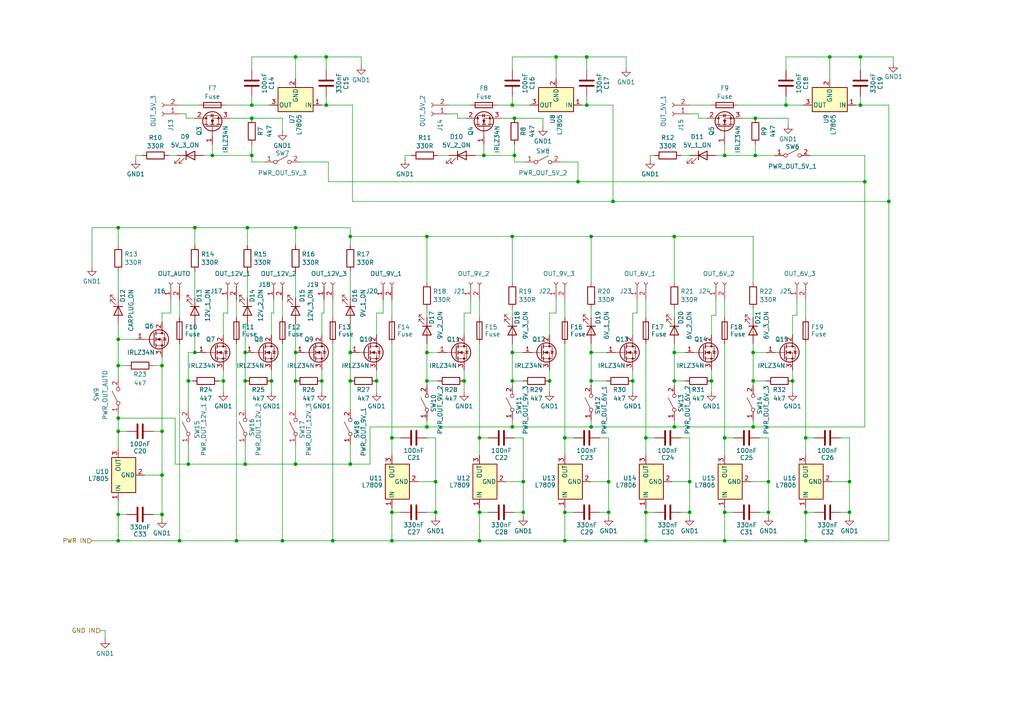
<source format=kicad_sch>
(kicad_sch (version 20230121) (generator eeschema)
  (paper "A4")
  (title_block (title "Astrobox") (date "2024-04-13") (rev "2"))
  (junction (at 148.59 110.49))
  (junction (at 170.18 16.51))
  (junction (at 46.99 106.045))
  (junction (at 34.29 121.285))
  (junction (at 34.29 125.095))
  (junction (at 171.45 68.58))
  (junction (at 34.29 149.225))
  (junction (at 148.59 102.235))
  (junction (at 73.025 34.29))
  (junction (at 233.68 127))
  (junction (at 246.38 139.7))
  (junction (at 240.665 16.51))
  (junction (at 151.765 148.59))
  (junction (at 56.515 102.235))
  (junction (at 81.915 156.845))
  (junction (at 171.45 102.235))
  (junction (at 56.515 66.04))
  (junction (at 163.83 148.59))
  (junction (at 233.68 148.59))
  (junction (at 149.225 45.085))
  (junction (at 229.87 110.49))
  (junction (at 222.885 148.59))
  (junction (at 170.18 30.48))
  (junction (at 113.665 156.845))
  (junction (at 68.58 156.845))
  (junction (at 218.44 123.825))
  (junction (at 149.225 34.29))
  (junction (at 71.755 66.04))
  (junction (at 78.74 110.49))
  (junction (at 219.075 34.29))
  (junction (at 139.065 156.845))
  (junction (at 159.385 110.49))
  (junction (at 183.515 110.49))
  (junction (at 195.58 102.235))
  (junction (at 161.29 16.51))
  (junction (at 126.365 148.59))
  (junction (at 148.59 30.48))
  (junction (at 113.665 148.59))
  (junction (at 134.62 110.49))
  (junction (at 140.335 45.085))
  (junction (at 85.725 110.49))
  (junction (at 163.83 156.845))
  (junction (at 71.12 102.235))
  (junction (at 113.665 127))
  (junction (at 101.6 68.58))
  (junction (at 85.725 16.51))
  (junction (at 210.185 45.085))
  (junction (at 218.44 102.235))
  (junction (at 54.61 110.49))
  (junction (at 34.29 98.425))
  (junction (at 163.83 127))
  (junction (at 64.77 110.49))
  (junction (at 123.825 123.825))
  (junction (at 151.765 139.7))
  (junction (at 93.345 110.49))
  (junction (at 206.375 110.49))
  (junction (at 250.825 52.705))
  (junction (at 54.61 134.62))
  (junction (at 171.45 110.49))
  (junction (at 246.38 148.59))
  (junction (at 46.99 149.225))
  (junction (at 195.58 110.49))
  (junction (at 257.81 58.42))
  (junction (at 34.29 156.845))
  (junction (at 167.64 52.705))
  (junction (at 34.29 106.045))
  (junction (at 195.58 123.825))
  (junction (at 73.025 30.48))
  (junction (at 46.99 125.095))
  (junction (at 139.065 148.59))
  (junction (at 176.53 148.59))
  (junction (at 210.185 127))
  (junction (at 187.325 127))
  (junction (at 71.12 134.62))
  (junction (at 101.6 102.235))
  (junction (at 176.53 139.7))
  (junction (at 34.29 66.04))
  (junction (at 46.99 137.795))
  (junction (at 96.52 156.845))
  (junction (at 109.22 110.49))
  (junction (at 227.965 30.48))
  (junction (at 94.615 30.48))
  (junction (at 171.45 123.825))
  (junction (at 148.59 123.825))
  (junction (at 200.025 148.59))
  (junction (at 123.825 102.235))
  (junction (at 101.6 134.62))
  (junction (at 218.44 110.49))
  (junction (at 148.59 68.58))
  (junction (at 200.025 139.7))
  (junction (at 195.58 68.58))
  (junction (at 249.555 30.48))
  (junction (at 85.725 66.04))
  (junction (at 249.555 16.51))
  (junction (at 123.825 68.58))
  (junction (at 85.725 134.62))
  (junction (at 233.68 156.845))
  (junction (at 52.07 156.845))
  (junction (at 177.8 58.42))
  (junction (at 187.325 156.845))
  (junction (at 61.595 45.085))
  (junction (at 126.365 139.7))
  (junction (at 94.615 16.51))
  (junction (at 210.185 156.845))
  (junction (at 85.725 102.235))
  (junction (at 210.185 148.59))
  (junction (at 101.6 110.49))
  (junction (at 139.065 127))
  (junction (at 73.025 45.085))
  (junction (at 187.325 148.59))
  (junction (at 71.12 110.49))
  (junction (at 222.885 139.7))
  (junction (at 123.825 110.49))
  (junction (at 219.075 45.085))
  (wire (pts (xy 52.07 86.995) (xy 52.07 92.075)))
  (wire (pts (xy 145.415 34.29) (xy 149.225 34.29)))
  (wire (pts (xy 71.12 128.905) (xy 71.12 134.62)))
  (wire (pts (xy 148.59 110.49) (xy 148.59 102.235)))
  (wire (pts (xy 71.12 93.98) (xy 71.755 93.98)))
  (wire (pts (xy 187.325 156.845) (xy 210.185 156.845)))
  (wire (pts (xy 233.68 127) (xy 233.68 132.08)))
  (wire (pts (xy 34.29 145.415) (xy 34.29 149.225)))
  (wire (pts (xy 177.8 58.42) (xy 102.235 58.42)))
  (wire (pts (xy 250.825 45.085) (xy 250.825 52.705)))
  (wire (pts (xy 148.59 123.825) (xy 123.825 123.825)))
  (wire (pts (xy 249.555 30.48) (xy 249.555 27.94)))
  (wire (pts (xy 218.44 110.49) (xy 218.44 102.235)))
  (wire (pts (xy 94.615 16.51) (xy 104.775 16.51)))
  (wire (pts (xy 56.515 93.98) (xy 56.515 102.235)))
  (wire (pts (xy 132.715 34.29) (xy 135.255 34.29)))
  (wire (pts (xy 210.185 41.91) (xy 210.185 45.085)))
  (wire (pts (xy 81.915 156.845) (xy 96.52 156.845)))
  (wire (pts (xy 148.59 20.32) (xy 148.59 16.51)))
  (wire (pts (xy 177.8 58.42) (xy 257.81 58.42)))
  (wire (pts (xy 163.83 147.32) (xy 163.83 148.59)))
  (wire (pts (xy 202.565 34.29) (xy 205.105 34.29)))
  (wire (pts (xy 218.44 123.825) (xy 250.825 123.825)))
  (wire (pts (xy 94.615 30.48) (xy 94.615 27.94)))
  (wire (pts (xy 243.84 127) (xy 246.38 127)))
  (wire (pts (xy 161.29 16.51) (xy 170.18 16.51)))
  (wire (pts (xy 149.225 45.085) (xy 140.335 45.085)))
  (wire (pts (xy 176.53 148.59) (xy 176.53 149.86)))
  (wire (pts (xy 56.515 34.29) (xy 53.975 34.29)))
  (wire (pts (xy 96.52 99.695) (xy 96.52 156.845)))
  (wire (pts (xy 66.675 34.29) (xy 73.025 34.29)))
  (wire (pts (xy 171.45 123.825) (xy 195.58 123.825)))
  (wire (pts (xy 159.385 97.155) (xy 159.385 90.805)))
  (wire (pts (xy 34.29 149.225) (xy 34.29 156.845)))
  (wire (pts (xy 117.475 45.085) (xy 119.38 45.085)))
  (wire (pts (xy 76.835 46.99) (xy 73.025 46.99)))
  (wire (pts (xy 34.29 121.285) (xy 34.29 125.095)))
  (wire (pts (xy 30.48 182.88) (xy 30.48 185.42)))
  (wire (pts (xy 101.6 134.62) (xy 85.725 134.62)))
  (wire (pts (xy 130.175 30.48) (xy 136.525 30.48)))
  (wire (pts (xy 148.59 121.92) (xy 148.59 123.825)))
  (wire (pts (xy 73.025 30.48) (xy 78.105 30.48)))
  (wire (pts (xy 246.38 148.59) (xy 246.38 149.86)))
  (wire (pts (xy 149.225 127) (xy 151.765 127)))
  (wire (pts (xy 167.64 46.99) (xy 162.56 46.99)))
  (wire (pts (xy 34.29 121.285) (xy 50.8 121.285)))
  (wire (pts (xy 249.555 16.51) (xy 259.08 16.51)))
  (wire (pts (xy 218.44 89.535) (xy 218.44 92.075)))
  (wire (pts (xy 187.325 148.59) (xy 187.325 156.845)))
  (wire (pts (xy 113.665 86.995) (xy 113.665 92.075)))
  (wire (pts (xy 68.58 99.695) (xy 68.58 156.845)))
  (wire (pts (xy 171.45 110.49) (xy 171.45 111.76)))
  (wire (pts (xy 139.065 148.59) (xy 139.065 156.845)))
  (wire (pts (xy 171.45 81.915) (xy 171.45 68.58)))
  (wire (pts (xy 200.025 139.7) (xy 200.025 148.59)))
  (wire (pts (xy 218.44 102.235) (xy 222.25 102.235)))
  (wire (pts (xy 148.59 30.48) (xy 153.67 30.48)))
  (wire (pts (xy 101.6 102.235) (xy 101.6 110.49)))
  (wire (pts (xy 44.45 149.225) (xy 46.99 149.225)))
  (wire (pts (xy 171.45 99.695) (xy 171.45 102.235)))
  (wire (pts (xy 149.225 46.99) (xy 149.225 45.085)))
  (wire (pts (xy 195.58 81.915) (xy 195.58 68.58)))
  (wire (pts (xy 146.685 139.7) (xy 151.765 139.7)))
  (wire (pts (xy 85.725 66.04) (xy 101.6 66.04)))
  (wire (pts (xy 195.58 123.825) (xy 195.58 121.92)))
  (wire (pts (xy 170.18 30.48) (xy 177.8 30.48)))
  (wire (pts (xy 184.785 86.995) (xy 184.785 90.805)))
  (wire (pts (xy 171.45 139.7) (xy 176.53 139.7)))
  (wire (pts (xy 123.825 110.49) (xy 123.825 102.235)))
  (wire (pts (xy 54.61 134.62) (xy 71.12 134.62)))
  (wire (pts (xy 210.185 99.695) (xy 210.185 127)))
  (wire (pts (xy 123.825 121.92) (xy 123.825 123.825)))
  (wire (pts (xy 229.87 91.44) (xy 231.14 91.44)))
  (wire (pts (xy 44.45 106.045) (xy 46.99 106.045)))
  (wire (pts (xy 96.52 156.845) (xy 113.665 156.845)))
  (wire (pts (xy 93.345 110.49) (xy 93.345 113.665)))
  (wire (pts (xy 233.68 147.32) (xy 233.68 148.59)))
  (wire (pts (xy 213.995 30.48) (xy 227.965 30.48)))
  (wire (pts (xy 50.8 121.285) (xy 50.8 134.62)))
  (wire (pts (xy 157.48 34.29) (xy 157.48 36.83)))
  (wire (pts (xy 71.12 110.49) (xy 71.12 118.745)))
  (wire (pts (xy 187.325 147.32) (xy 187.325 148.59)))
  (wire (pts (xy 151.765 148.59) (xy 151.765 149.86)))
  (wire (pts (xy 257.81 30.48) (xy 257.81 58.42)))
  (wire (pts (xy 111.125 90.805) (xy 111.125 86.995)))
  (wire (pts (xy 148.59 110.49) (xy 148.59 111.76)))
  (wire (pts (xy 39.37 46.355) (xy 39.37 45.085)))
  (wire (pts (xy 34.29 98.425) (xy 39.37 98.425)))
  (wire (pts (xy 130.175 33.02) (xy 132.715 33.02)))
  (wire (pts (xy 73.025 16.51) (xy 85.725 16.51)))
  (wire (pts (xy 101.6 93.98) (xy 101.6 102.235)))
  (wire (pts (xy 219.075 34.29) (xy 228.6 34.29)))
  (wire (pts (xy 246.38 139.7) (xy 246.38 148.59)))
  (wire (pts (xy 195.58 68.58) (xy 171.45 68.58)))
  (wire (pts (xy 52.07 156.845) (xy 68.58 156.845)))
  (wire (pts (xy 218.44 123.825) (xy 218.44 121.92)))
  (wire (pts (xy 34.29 66.04) (xy 56.515 66.04)))
  (wire (pts (xy 85.725 110.49) (xy 85.725 118.745)))
  (wire (pts (xy 173.99 127) (xy 176.53 127)))
  (wire (pts (xy 218.44 110.49) (xy 218.44 111.76)))
  (wire (pts (xy 126.365 139.7) (xy 126.365 148.59)))
  (wire (pts (xy 207.645 45.085) (xy 210.185 45.085)))
  (wire (pts (xy 134.62 97.155) (xy 134.62 90.805)))
  (wire (pts (xy 195.58 123.825) (xy 218.44 123.825)))
  (wire (pts (xy 34.29 106.045) (xy 34.29 98.425)))
  (wire (pts (xy 78.74 110.49) (xy 78.74 113.665)))
  (wire (pts (xy 176.53 139.7) (xy 176.53 148.59)))
  (wire (pts (xy 50.8 134.62) (xy 54.61 134.62)))
  (wire (pts (xy 113.665 156.845) (xy 113.665 148.59)))
  (wire (pts (xy 126.365 148.59) (xy 126.365 149.86)))
  (wire (pts (xy 139.065 86.995) (xy 139.065 92.075)))
  (wire (pts (xy 177.8 30.48) (xy 177.8 58.42)))
  (wire (pts (xy 229.87 97.155) (xy 229.87 91.44)))
  (wire (pts (xy 233.68 99.695) (xy 233.68 127)))
  (wire (pts (xy 85.725 16.51) (xy 94.615 16.51)))
  (wire (pts (xy 148.59 123.825) (xy 171.45 123.825)))
  (wire (pts (xy 206.375 91.44) (xy 207.645 91.44)))
  (wire (pts (xy 139.065 147.32) (xy 139.065 148.59)))
  (wire (pts (xy 167.64 52.705) (xy 167.64 46.99)))
  (wire (pts (xy 195.58 110.49) (xy 195.58 102.235)))
  (wire (pts (xy 85.725 134.62) (xy 85.725 128.905)))
  (wire (pts (xy 168.91 30.48) (xy 170.18 30.48)))
  (wire (pts (xy 219.075 45.085) (xy 219.075 41.91)))
  (wire (pts (xy 34.29 106.045) (xy 36.83 106.045)))
  (wire (pts (xy 54.61 102.235) (xy 54.61 110.49)))
  (wire (pts (xy 187.325 156.845) (xy 163.83 156.845)))
  (wire (pts (xy 127 110.49) (xy 123.825 110.49)))
  (wire (pts (xy 200.025 148.59) (xy 200.025 149.86)))
  (wire (pts (xy 73.025 20.32) (xy 73.025 16.51)))
  (wire (pts (xy 101.6 110.49) (xy 101.6 118.745)))
  (wire (pts (xy 246.38 127) (xy 246.38 139.7)))
  (wire (pts (xy 194.945 139.7) (xy 200.025 139.7)))
  (wire (pts (xy 29.21 182.88) (xy 30.48 182.88)))
  (wire (pts (xy 210.185 148.59) (xy 212.725 148.59)))
  (wire (pts (xy 34.29 109.855) (xy 34.29 106.045)))
  (wire (pts (xy 109.22 97.155) (xy 109.22 90.805)))
  (wire (pts (xy 176.53 127) (xy 176.53 139.7)))
  (wire (pts (xy 188.595 46.355) (xy 188.595 45.085)))
  (wire (pts (xy 132.715 33.02) (xy 132.715 34.29)))
  (wire (pts (xy 250.825 45.085) (xy 234.95 45.085)))
  (wire (pts (xy 117.475 46.355) (xy 117.475 45.085)))
  (wire (pts (xy 195.58 110.49) (xy 195.58 111.76)))
  (wire (pts (xy 233.68 148.59) (xy 233.68 156.845)))
  (wire (pts (xy 48.895 45.085) (xy 51.435 45.085)))
  (wire (pts (xy 200.025 127) (xy 200.025 139.7)))
  (wire (pts (xy 54.61 102.235) (xy 56.515 102.235)))
  (wire (pts (xy 95.25 52.705) (xy 95.25 46.99)))
  (wire (pts (xy 148.59 16.51) (xy 161.29 16.51)))
  (wire (pts (xy 163.83 99.695) (xy 163.83 127)))
  (wire (pts (xy 163.83 127) (xy 163.83 132.08)))
  (wire (pts (xy 101.6 66.04) (xy 101.6 68.58)))
  (wire (pts (xy 207.645 91.44) (xy 207.645 86.995)))
  (wire (pts (xy 95.25 46.99) (xy 86.995 46.99)))
  (wire (pts (xy 34.29 156.845) (xy 52.07 156.845)))
  (wire (pts (xy 94.615 16.51) (xy 94.615 20.32)))
  (wire (pts (xy 197.485 45.085) (xy 200.025 45.085)))
  (wire (pts (xy 148.59 27.94) (xy 148.59 30.48)))
  (wire (pts (xy 34.29 78.74) (xy 34.29 86.36)))
  (wire (pts (xy 123.825 110.49) (xy 123.825 111.76)))
  (wire (pts (xy 94.615 30.48) (xy 102.235 30.48)))
  (wire (pts (xy 236.22 127) (xy 233.68 127)))
  (wire (pts (xy 250.825 52.705) (xy 167.64 52.705)))
  (wire (pts (xy 227.965 27.94) (xy 227.965 30.48)))
  (wire (pts (xy 71.12 134.62) (xy 85.725 134.62)))
  (wire (pts (xy 233.68 148.59) (xy 236.22 148.59)))
  (wire (pts (xy 109.22 110.49) (xy 109.22 113.665)))
  (wire (pts (xy 198.755 110.49) (xy 195.58 110.49)))
  (wire (pts (xy 104.775 19.05) (xy 104.775 16.51)))
  (wire (pts (xy 78.74 90.805) (xy 78.74 97.155)))
  (wire (pts (xy 56.515 66.04) (xy 56.515 71.12)))
  (wire (pts (xy 63.5 110.49) (xy 64.77 110.49)))
  (wire (pts (xy 171.45 68.58) (xy 148.59 68.58)))
  (wire (pts (xy 41.91 137.795) (xy 46.99 137.795)))
  (wire (pts (xy 34.29 120.015) (xy 34.29 121.285)))
  (wire (pts (xy 46.99 93.345) (xy 46.99 90.805)))
  (wire (pts (xy 121.285 139.7) (xy 126.365 139.7)))
  (wire (pts (xy 66.04 86.995) (xy 66.04 90.805)))
  (wire (pts (xy 159.385 110.49) (xy 159.385 113.665)))
  (wire (pts (xy 64.77 110.49) (xy 64.77 107.315)))
  (wire (pts (xy 34.29 149.225) (xy 36.83 149.225)))
  (wire (pts (xy 34.29 125.095) (xy 36.83 125.095)))
  (wire (pts (xy 46.99 125.095) (xy 46.99 137.795)))
  (wire (pts (xy 151.765 110.49) (xy 148.59 110.49)))
  (wire (pts (xy 202.565 33.02) (xy 202.565 34.29)))
  (wire (pts (xy 123.825 148.59) (xy 126.365 148.59)))
  (wire (pts (xy 218.44 81.915) (xy 218.44 68.58)))
  (wire (pts (xy 159.385 107.315) (xy 159.385 110.49)))
  (wire (pts (xy 222.885 148.59) (xy 220.345 148.59)))
  (wire (pts (xy 171.45 123.825) (xy 171.45 121.92)))
  (wire (pts (xy 233.68 86.995) (xy 233.68 92.075)))
  (wire (pts (xy 54.61 110.49) (xy 55.88 110.49)))
  (wire (pts (xy 248.285 30.48) (xy 249.555 30.48)))
  (wire (pts (xy 215.265 34.29) (xy 219.075 34.29)))
  (wire (pts (xy 49.53 90.805) (xy 49.53 86.995)))
  (wire (pts (xy 249.555 30.48) (xy 257.81 30.48)))
  (wire (pts (xy 73.025 45.085) (xy 61.595 45.085)))
  (wire (pts (xy 56.515 66.04) (xy 71.755 66.04)))
  (wire (pts (xy 93.345 107.315) (xy 93.345 110.49)))
  (wire (pts (xy 249.555 16.51) (xy 249.555 20.32)))
  (wire (pts (xy 93.98 86.995) (xy 93.98 90.805)))
  (wire (pts (xy 140.335 45.085) (xy 140.335 41.91)))
  (wire (pts (xy 123.825 127) (xy 126.365 127)))
  (wire (pts (xy 64.77 97.155) (xy 64.77 90.805)))
  (wire (pts (xy 167.64 52.705) (xy 95.25 52.705)))
  (wire (pts (xy 139.065 148.59) (xy 141.605 148.59)))
  (wire (pts (xy 34.29 66.04) (xy 34.29 71.12)))
  (wire (pts (xy 163.83 148.59) (xy 163.83 156.845)))
  (wire (pts (xy 206.375 110.49) (xy 206.375 113.665)))
  (wire (pts (xy 73.025 27.94) (xy 73.025 30.48)))
  (wire (pts (xy 39.37 45.085) (xy 41.275 45.085)))
  (wire (pts (xy 152.4 46.99) (xy 149.225 46.99)))
  (wire (pts (xy 171.45 110.49) (xy 171.45 102.235)))
  (wire (pts (xy 166.37 127) (xy 163.83 127)))
  (wire (pts (xy 52.07 99.695) (xy 52.07 156.845)))
  (wire (pts (xy 163.83 86.995) (xy 163.83 92.075)))
  (wire (pts (xy 246.38 148.59) (xy 243.84 148.59)))
  (wire (pts (xy 71.755 78.74) (xy 71.755 86.36)))
  (wire (pts (xy 195.58 99.695) (xy 195.58 102.235)))
  (wire (pts (xy 81.915 38.1) (xy 81.915 34.29)))
  (wire (pts (xy 175.895 110.49) (xy 171.45 110.49)))
  (wire (pts (xy 134.62 107.315) (xy 134.62 110.49)))
  (wire (pts (xy 206.375 107.315) (xy 206.375 110.49)))
  (wire (pts (xy 170.18 16.51) (xy 170.18 20.32)))
  (wire (pts (xy 181.61 16.51) (xy 181.61 19.685)))
  (wire (pts (xy 54.61 128.905) (xy 54.61 134.62)))
  (wire (pts (xy 210.185 45.085) (xy 219.075 45.085)))
  (wire (pts (xy 34.29 125.095) (xy 34.29 130.175)))
  (wire (pts (xy 139.065 156.845) (xy 113.665 156.845)))
  (wire (pts (xy 210.185 156.845) (xy 233.68 156.845)))
  (wire (pts (xy 240.665 16.51) (xy 249.555 16.51)))
  (wire (pts (xy 148.59 99.695) (xy 148.59 102.235)))
  (wire (pts (xy 222.885 127) (xy 222.885 139.7)))
  (wire (pts (xy 101.6 68.58) (xy 101.6 71.12)))
  (wire (pts (xy 64.77 110.49) (xy 64.77 113.665)))
  (wire (pts (xy 85.725 66.04) (xy 85.725 71.12)))
  (wire (pts (xy 227.965 20.32) (xy 227.965 16.51)))
  (wire (pts (xy 73.025 41.91) (xy 73.025 45.085)))
  (wire (pts (xy 212.725 127) (xy 210.185 127)))
  (wire (pts (xy 65.405 30.48) (xy 73.025 30.48)))
  (wire (pts (xy 229.87 110.49) (xy 229.87 113.665)))
  (wire (pts (xy 113.665 148.59) (xy 116.205 148.59)))
  (wire (pts (xy 93.345 90.805) (xy 93.98 90.805)))
  (wire (pts (xy 137.795 45.085) (xy 140.335 45.085)))
  (wire (pts (xy 68.58 86.995) (xy 68.58 92.075)))
  (wire (pts (xy 85.725 102.235) (xy 85.725 110.49)))
  (wire (pts (xy 259.08 16.51) (xy 259.08 18.415)))
  (wire (pts (xy 53.975 34.29) (xy 53.975 33.02)))
  (wire (pts (xy 53.975 33.02) (xy 52.07 33.02)))
  (wire (pts (xy 46.99 149.225) (xy 46.99 150.495)))
  (wire (pts (xy 101.6 128.905) (xy 101.6 134.62)))
  (wire (pts (xy 73.025 46.99) (xy 73.025 45.085)))
  (wire (pts (xy 141.605 127) (xy 139.065 127)))
  (wire (pts (xy 173.99 148.59) (xy 176.53 148.59)))
  (wire (pts (xy 85.725 93.98) (xy 85.725 102.235)))
  (wire (pts (xy 56.515 102.235) (xy 57.15 102.235)))
  (wire (pts (xy 78.74 107.315) (xy 78.74 110.49)))
  (wire (pts (xy 222.25 110.49) (xy 218.44 110.49)))
  (wire (pts (xy 68.58 156.845) (xy 81.915 156.845)))
  (wire (pts (xy 161.29 90.805) (xy 161.29 86.995)))
  (wire (pts (xy 149.225 41.91) (xy 149.225 45.085)))
  (wire (pts (xy 187.325 148.59) (xy 189.865 148.59)))
  (wire (pts (xy 151.765 127) (xy 151.765 139.7)))
  (wire (pts (xy 200.025 148.59) (xy 197.485 148.59)))
  (wire (pts (xy 71.755 66.04) (xy 71.755 71.12)))
  (wire (pts (xy 46.99 90.805) (xy 49.53 90.805)))
  (wire (pts (xy 113.665 147.32) (xy 113.665 148.59)))
  (wire (pts (xy 200.025 33.02) (xy 202.565 33.02)))
  (wire (pts (xy 241.3 139.7) (xy 246.38 139.7)))
  (wire (pts (xy 116.205 127) (xy 113.665 127)))
  (wire (pts (xy 81.915 34.29) (xy 73.025 34.29)))
  (wire (pts (xy 136.525 86.995) (xy 136.525 90.805)))
  (wire (pts (xy 144.145 30.48) (xy 148.59 30.48)))
  (wire (pts (xy 71.12 102.235) (xy 71.12 110.49)))
  (wire (pts (xy 127 45.085) (xy 130.175 45.085)))
  (wire (pts (xy 93.345 30.48) (xy 94.615 30.48)))
  (wire (pts (xy 148.59 81.915) (xy 148.59 68.58)))
  (wire (pts (xy 139.065 127) (xy 139.065 132.08)))
  (wire (pts (xy 61.595 45.085) (xy 61.595 41.91)))
  (wire (pts (xy 219.075 45.085) (xy 224.79 45.085)))
  (wire (pts (xy 96.52 86.995) (xy 96.52 92.075)))
  (wire (pts (xy 113.665 99.695) (xy 113.665 127)))
  (wire (pts (xy 85.725 78.74) (xy 85.725 86.36)))
  (wire (pts (xy 217.805 139.7) (xy 222.885 139.7)))
  (wire (pts (xy 134.62 90.805) (xy 136.525 90.805)))
  (wire (pts (xy 228.6 34.29) (xy 228.6 36.195)))
  (wire (pts (xy 71.755 66.04) (xy 85.725 66.04)))
  (wire (pts (xy 107.315 134.62) (xy 101.6 134.62)))
  (wire (pts (xy 183.515 97.155) (xy 183.515 90.805)))
  (wire (pts (xy 123.825 99.695) (xy 123.825 102.235)))
  (wire (pts (xy 195.58 89.535) (xy 195.58 92.075)))
  (wire (pts (xy 233.68 156.845) (xy 257.81 156.845)))
  (wire (pts (xy 123.825 89.535) (xy 123.825 92.075)))
  (wire (pts (xy 102.235 58.42) (xy 102.235 30.48)))
  (wire (pts (xy 139.065 99.695) (xy 139.065 127)))
  (wire (pts (xy 71.12 102.235) (xy 71.12 93.98)))
  (wire (pts (xy 148.59 68.58) (xy 123.825 68.58)))
  (wire (pts (xy 227.965 16.51) (xy 240.665 16.51)))
  (wire (pts (xy 26.67 77.47) (xy 26.67 66.04)))
  (wire (pts (xy 59.055 45.085) (xy 61.595 45.085)))
  (wire (pts (xy 257.81 58.42) (xy 257.81 156.845)))
  (wire (pts (xy 123.825 81.915) (xy 123.825 68.58)))
  (wire (pts (xy 183.515 107.315) (xy 183.515 110.49)))
  (wire (pts (xy 81.915 99.695) (xy 81.915 156.845)))
  (wire (pts (xy 227.965 30.48) (xy 233.045 30.48)))
  (wire (pts (xy 149.225 34.29) (xy 157.48 34.29)))
  (wire (pts (xy 222.885 139.7) (xy 222.885 148.59)))
  (wire (pts (xy 46.99 137.795) (xy 46.99 149.225)))
  (wire (pts (xy 210.185 86.995) (xy 210.185 92.075)))
  (wire (pts (xy 126.365 127) (xy 126.365 139.7)))
  (wire (pts (xy 123.825 102.235) (xy 127 102.235)))
  (wire (pts (xy 79.375 90.805) (xy 78.74 90.805)))
  (wire (pts (xy 46.99 106.045) (xy 46.99 125.095)))
  (wire (pts (xy 148.59 102.235) (xy 151.765 102.235)))
  (wire (pts (xy 163.83 156.845) (xy 139.065 156.845)))
  (wire (pts (xy 44.45 125.095) (xy 46.99 125.095)))
  (wire (pts (xy 149.225 148.59) (xy 151.765 148.59)))
  (wire (pts (xy 220.345 127) (xy 222.885 127)))
  (wire (pts (xy 240.665 22.86) (xy 240.665 16.51)))
  (wire (pts (xy 187.325 99.695) (xy 187.325 127)))
  (wire (pts (xy 187.325 127) (xy 187.325 132.08)))
  (wire (pts (xy 123.825 68.58) (xy 101.6 68.58)))
  (wire (pts (xy 56.515 78.74) (xy 56.515 86.36)))
  (wire (pts (xy 210.185 148.59) (xy 210.185 156.845)))
  (wire (pts (xy 46.99 103.505) (xy 46.99 106.045)))
  (wire (pts (xy 210.185 147.32) (xy 210.185 148.59)))
  (wire (pts (xy 34.29 93.98) (xy 34.29 98.425)))
  (wire (pts (xy 195.58 102.235) (xy 198.755 102.235)))
  (wire (pts (xy 81.915 86.995) (xy 81.915 92.075)))
  (wire (pts (xy 183.515 90.805) (xy 184.785 90.805)))
  (wire (pts (xy 231.14 91.44) (xy 231.14 86.995)))
  (wire (pts (xy 109.22 90.805) (xy 111.125 90.805)))
  (wire (pts (xy 170.18 30.48) (xy 170.18 27.94)))
  (wire (pts (xy 250.825 52.705) (xy 250.825 123.825)))
  (wire (pts (xy 134.62 110.49) (xy 134.62 113.665)))
  (wire (pts (xy 151.765 139.7) (xy 151.765 148.59)))
  (wire (pts (xy 123.825 123.825) (xy 107.315 123.825)))
  (wire (pts (xy 218.44 99.695) (xy 218.44 102.235)))
  (wire (pts (xy 170.18 16.51) (xy 181.61 16.51)))
  (wire (pts (xy 163.83 148.59) (xy 166.37 148.59)))
  (wire (pts (xy 52.07 30.48) (xy 57.785 30.48)))
  (wire (pts (xy 148.59 89.535) (xy 148.59 92.075)))
  (wire (pts (xy 188.595 45.085) (xy 189.865 45.085)))
  (wire (pts (xy 159.385 90.805) (xy 161.29 90.805)))
  (wire (pts (xy 26.67 156.845) (xy 34.29 156.845)))
  (wire (pts (xy 64.77 90.805) (xy 66.04 90.805)))
  (wire (pts (xy 210.185 127) (xy 210.185 132.08)))
  (wire (pts (xy 189.865 127) (xy 187.325 127)))
  (wire (pts (xy 183.515 110.49) (xy 183.515 113.665)))
  (wire (pts (xy 229.87 107.315) (xy 229.87 110.49)))
  (wire (pts (xy 171.45 89.535) (xy 171.45 92.075)))
  (wire (pts (xy 200.025 30.48) (xy 206.375 30.48)))
  (wire (pts (xy 218.44 68.58) (xy 195.58 68.58)))
  (wire (pts (xy 197.485 127) (xy 200.025 127)))
  (wire (pts (xy 85.725 22.86) (xy 85.725 16.51)))
  (wire (pts (xy 206.375 97.155) (xy 206.375 91.44)))
  (wire (pts (xy 107.315 123.825) (xy 107.315 134.62)))
  (wire (pts (xy 171.45 102.235) (xy 175.895 102.235)))
  (wire (pts (xy 222.885 148.59) (xy 222.885 149.86)))
  (wire (pts (xy 161.29 22.86) (xy 161.29 16.51)))
  (wire (pts (xy 54.61 110.49) (xy 54.61 118.745)))
  (wire (pts (xy 93.345 97.155) (xy 93.345 90.805)))
  (wire (pts (xy 113.665 127) (xy 113.665 132.08)))
  (wire (pts (xy 109.22 107.315) (xy 109.22 110.49)))
  (wire (pts (xy 101.6 78.74) (xy 101.6 86.36)))
  (wire (pts (xy 79.375 86.995) (xy 79.375 90.805)))
  (wire (pts (xy 26.67 66.04) (xy 34.29 66.04)))
  (wire (pts (xy 187.325 86.995) (xy 187.325 92.075)))
  (hierarchical_label "GND IN" (shape input) (at 29.21 182.88 180))
  (hierarchical_label "PWR IN" (shape input) (at 26.67 156.845 180))
  (symbol (lib_id "Device:Fuse") (at 81.915 95.885 0) (unit 1)
    (property "Reference" "F12" (at 83.439 94.861 0) (effects (justify left)))
    (property "Value" "Fuse" (at 83.439 96.909 0) (effects (justify left)))
    (property "Footprint" "Connector_Wire:SolderWire-1sqmm_1x02_P5.4mm_D1.4mm_OD2.7mm" (effects hide))
  )
  (symbol (lib_id "Device:C") (at 216.535 127 90) (mirror x) (unit 1)
    (property "Reference" "C25" (at 216.535 132.739 90))
    (property "Value" "100nF" (at 216.535 130.691 90))
    (property "Footprint" "Capacitor_THT:C_Disc_D5.0mm_W2.5mm_P2.50mm" (effects hide))
  )
  (symbol (lib_id "power:GND1") (at 181.61 19.685 0) (unit 1)
    (property "Reference" "#PWR010" (effects hide))
    (property "Value" "GND1" (at 181.61 23.8181 0))
  )
  (symbol (lib_id "Device:LED") (at 101.6 90.17 270) (unit 1)
    (property "Reference" "D16" (at 102.87 83.82 0) (effects (justify left)))
    (property "Value" "9V_1_ON" (at 105.2942 83.82 0) (effects (justify left)))
    (property "Footprint" "LED_THT:LED_D5.0mm" (effects hide))
  )
  (symbol (lib_id "Device:C") (at 193.675 127 90) (mirror x) (unit 1)
    (property "Reference" "C24" (at 193.675 132.739 90))
    (property "Value" "100nF" (at 193.675 130.691 90))
    (property "Footprint" "Capacitor_THT:C_Disc_D5.0mm_W2.5mm_P2.50mm" (effects hide))
  )
  (symbol (lib_id "Regulator_Linear:L7805") (at 34.29 137.795 90) (unit 1)
    (property "Reference" "U10" (at 31.6231 136.771 90) (effects (justify left)))
    (property "Value" "L7805" (at 31.6231 138.819 90) (effects (justify left)))
    (property "Footprint" "Package_TO_SOT_THT:TO-220-3_Vertical" (effects hide))
    (property "Datasheet" "http://www.st.com/content/ccc/resource/technical/document/datasheet/41/4f/b3/b0/12/d4/47/88/CD00000444.pdf/files/CD00000444.pdf/jcr:content/translations/en.CD00000444.pdf" (effects hide))
  )
  (symbol (lib_id "power:GND1") (at 78.74 113.665 0) (unit 1)
    (property "Reference" "#PWR019" (effects hide))
    (property "Value" "GND1" (at 78.74 117.7981 0))
  )
  (symbol (lib_id "Device:LED") (at 148.59 95.885 270) (unit 1)
    (property "Reference" "D18" (at 149.9758 90.17 0) (effects (justify left)))
    (property "Value" "9V_3_ON" (at 152.4 90.17 0) (effects (justify left)))
    (property "Footprint" "LED_THT:LED_D5.0mm" (effects hide))
  )
  (symbol (lib_id "Device:Fuse") (at 140.335 30.48 90) (unit 1)
    (property "Reference" "F8" (at 140.335 25.5737 90))
    (property "Value" "Fuse" (at 140.335 27.9979 90))
    (property "Footprint" "Connector_Wire:SolderWire-1sqmm_1x02_P5.4mm_D1.4mm_OD2.7mm" (effects hide))
  )
  (symbol (lib_id "Device:R") (at 85.725 74.93 0) (unit 1)
    (property "Reference" "R16" (at 87.503 73.7179 0) (effects (justify left)))
    (property "Value" "330R" (at 87.503 76.1421 0) (effects (justify left)))
    (property "Footprint" "Resistor_THT:R_Axial_DIN0309_L9.0mm_D3.2mm_P12.70mm_Horizontal" (effects hide))
  )
  (symbol (lib_id "Device:R") (at 218.44 85.725 0) (unit 1)
    (property "Reference" "R22" (at 220.218 84.5129 0) (effects (justify left)))
    (property "Value" "330R" (at 220.218 86.9371 0) (effects (justify left)))
    (property "Footprint" "Resistor_THT:R_Axial_DIN0309_L9.0mm_D3.2mm_P12.70mm_Horizontal" (effects hide))
  )
  (symbol (lib_id "Device:R") (at 40.64 106.045 90) (unit 1)
    (property "Reference" "R23" (at 40.64 108.585 90))
    (property "Value" "4k7" (at 40.64 111.125 90))
    (property "Footprint" "Resistor_THT:R_Axial_DIN0309_L9.0mm_D3.2mm_P12.70mm_Horizontal" (effects hide))
  )
  (symbol (lib_id "Regulator_Linear:L7806") (at 187.325 139.7 90) (unit 1)
    (property "Reference" "U14" (at 184.6581 138.676 90) (effects (justify left)))
    (property "Value" "L7806" (at 184.6581 140.724 90) (effects (justify left)))
    (property "Footprint" "Package_TO_SOT_THT:TO-220-3_Vertical" (effects hide))
    (property "Datasheet" "http://www.st.com/content/ccc/resource/technical/document/datasheet/41/4f/b3/b0/12/d4/47/88/CD00000444.pdf/files/CD00000444.pdf/jcr:content/translations/en.CD00000444.pdf" (effects hide))
  )
  (symbol (lib_id "Transistor_FET:IRLZ34N") (at 132.08 102.235 0) (unit 1)
    (property "Reference" "Q11" (at 129.54 98.425 0) (effects (justify left)))
    (property "Value" "IRLZ34N" (at 124.46 106.045 0) (effects (justify left)))
    (property "Footprint" "Package_TO_SOT_THT:TO-220-3_Vertical" (effects hide))
    (property "Datasheet" "http://www.infineon.com/dgdl/irlz34npbf.pdf?fileId=5546d462533600a40153567206892720" (effects hide))
  )
  (symbol (lib_id "Device:C") (at 227.965 24.13 0) (mirror x) (unit 1)
    (property "Reference" "C18" (at 233.704 24.13 90))
    (property "Value" "100nF" (at 231.656 24.13 90))
    (property "Footprint" "Capacitor_THT:C_Disc_D5.0mm_W2.5mm_P2.50mm" (effects hide))
  )
  (symbol (lib_id "Regulator_Linear:L7805") (at 85.725 30.48 180) (unit 1)
    (property "Reference" "U7" (at 84.701 33.1469 90) (effects (justify left)))
    (property "Value" "L7805" (at 86.749 33.1469 90) (effects (justify left)))
    (property "Footprint" "Package_TO_SOT_THT:TO-220-3_Vertical" (effects hide))
    (property "Datasheet" "http://www.st.com/content/ccc/resource/technical/document/datasheet/41/4f/b3/b0/12/d4/47/88/CD00000444.pdf/files/CD00000444.pdf/jcr:content/translations/en.CD00000444.pdf" (effects hide))
  )
  (symbol (lib_id "Regulator_Linear:L7806") (at 233.68 139.7 90) (unit 1)
    (property "Reference" "U16" (at 231.0131 138.676 90) (effects (justify left)))
    (property "Value" "L7806" (at 231.0131 140.724 90) (effects (justify left)))
    (property "Footprint" "Package_TO_SOT_THT:TO-220-3_Vertical" (effects hide))
    (property "Datasheet" "http://www.st.com/content/ccc/resource/technical/document/datasheet/41/4f/b3/b0/12/d4/47/88/CD00000444.pdf/files/CD00000444.pdf/jcr:content/translations/en.CD00000444.pdf" (effects hide))
  )
  (symbol (lib_id "Device:Fuse") (at 233.68 95.885 0) (unit 1)
    (property "Reference" "F19" (at 235.204 94.861 0) (effects (justify left)))
    (property "Value" "Fuse" (at 235.204 96.909 0) (effects (justify left)))
    (property "Footprint" "Connector_Wire:SolderWire-1sqmm_1x02_P5.4mm_D1.4mm_OD2.7mm" (effects hide))
  )
  (symbol (lib_id "Regulator_Linear:L7809") (at 113.665 139.7 90) (unit 1)
    (property "Reference" "U11" (at 110.9981 138.676 90) (effects (justify left)))
    (property "Value" "L7809" (at 110.9981 140.724 90) (effects (justify left)))
    (property "Footprint" "Package_TO_SOT_THT:TO-220-3_Vertical" (effects hide))
    (property "Datasheet" "http://www.st.com/content/ccc/resource/technical/document/datasheet/41/4f/b3/b0/12/d4/47/88/CD00000444.pdf/files/CD00000444.pdf/jcr:content/translations/en.CD00000444.pdf" (effects hide))
  )
  (symbol (lib_id "Device:C") (at 145.415 148.59 270) (unit 1)
    (property "Reference" "C28" (at 145.415 154.329 90))
    (property "Value" "330nF" (at 145.415 152.281 90))
    (property "Footprint" "Capacitor_THT:C_Disc_D5.0mm_W2.5mm_P2.50mm" (effects hide))
  )
  (symbol (lib_id "power:GND1") (at 246.38 149.86 0) (unit 1)
    (property "Reference" "#PWR032" (effects hide))
    (property "Value" "GND1" (at 246.38 153.9931 0))
  )
  (symbol (lib_id "Device:LED") (at 123.825 95.885 270) (unit 1)
    (property "Reference" "D17" (at 125.2108 90.17 0) (effects (justify left)))
    (property "Value" "9V_2_ON" (at 127.635 90.17 0) (effects (justify left)))
    (property "Footprint" "LED_THT:LED_D5.0mm" (effects hide))
  )
  (symbol (lib_id "Device:R") (at 59.69 110.49 90) (unit 1)
    (property "Reference" "R24" (at 59.69 113.03 90))
    (property "Value" "4k7" (at 59.69 115.57 90))
    (property "Footprint" "Resistor_THT:R_Axial_DIN0309_L9.0mm_D3.2mm_P12.70mm_Horizontal" (effects hide))
  )
  (symbol (lib_id "Switch:SW_SPST") (at 148.59 116.84 90) (unit 1)
    (property "Reference" "SW11" (at 150.495 114.935 0) (effects (justify right)))
    (property "Value" "PWR_OUT_9V_3" (at 152.4 111.76 0) (effects (justify right)))
    (property "Footprint" "Connector_PinHeader_2.54mm:PinHeader_1x02_P2.54mm_Vertical" (effects hide))
  )
  (symbol (lib_id "Switch:SW_SPST") (at 34.29 114.935 90) (unit 1)
    (property "Reference" "SW9" (at 27.94 112.395 0) (effects (justify right)))
    (property "Value" "PWR_OUT_AUTO" (at 30.48 107.315 0) (effects (justify right)))
    (property "Footprint" "Connector_PinHeader_2.54mm:PinHeader_1x02_P2.54mm_Vertical" (effects hide))
  )
  (symbol (lib_id "Device:C") (at 193.675 148.59 270) (unit 1)
    (property "Reference" "C30" (at 193.675 154.329 90))
    (property "Value" "330nF" (at 193.675 152.281 90))
    (property "Footprint" "Capacitor_THT:C_Disc_D5.0mm_W2.5mm_P2.50mm" (effects hide))
  )
  (symbol (lib_id "Device:C") (at 170.18 24.13 0) (unit 1)
    (property "Reference" "C17" (at 175.919 24.13 90))
    (property "Value" "330nF" (at 173.871 24.13 90))
    (property "Footprint" "Capacitor_THT:C_Disc_D5.0mm_W2.5mm_P2.50mm" (effects hide))
  )
  (symbol (lib_id "Device:R") (at 105.41 110.49 90) (unit 1)
    (property "Reference" "R27" (at 105.41 113.03 90))
    (property "Value" "4k7" (at 105.41 115.57 90))
    (property "Footprint" "Resistor_THT:R_Axial_DIN0309_L9.0mm_D3.2mm_P12.70mm_Horizontal" (effects hide))
  )
  (symbol (lib_id "Switch:SW_SPST") (at 71.12 123.825 90) (unit 1)
    (property "Reference" "SW16" (at 73.025 121.285 0) (effects (justify right)))
    (property "Value" "PWR_OUT_12V_2" (at 74.93 116.84 0) (effects (justify right)))
    (property "Footprint" "Connector_PinHeader_2.54mm:PinHeader_1x02_P2.54mm_Vertical" (effects hide))
  )
  (symbol (lib_id "Device:C") (at 94.615 24.13 0) (unit 1)
    (property "Reference" "C15" (at 100.354 24.13 90))
    (property "Value" "330nF" (at 98.306 24.13 90))
    (property "Footprint" "Capacitor_THT:C_Disc_D5.0mm_W2.5mm_P2.50mm" (effects hide))
  )
  (symbol (lib_id "Device:C") (at 120.015 148.59 270) (unit 1)
    (property "Reference" "C27" (at 120.015 154.329 90))
    (property "Value" "330nF" (at 120.015 152.281 90))
    (property "Footprint" "Capacitor_THT:C_Disc_D5.0mm_W2.5mm_P2.50mm" (effects hide))
  )
  (symbol (lib_id "Device:LED") (at 55.245 45.085 0) (unit 1)
    (property "Reference" "D9" (at 53.6575 39.6707 0))
    (property "Value" "5V_3_ON" (at 53.6575 42.0949 0))
    (property "Footprint" "LED_THT:LED_D5.0mm" (effects hide))
  )
  (symbol (lib_id "Switch:SW_SPST") (at 157.48 46.99 0) (unit 1)
    (property "Reference" "SW8" (at 157.48 43.815 0))
    (property "Value" "PWR_OUT_5V_2" (at 157.48 50.165 0))
    (property "Footprint" "Connector_PinHeader_2.54mm:PinHeader_1x02_P2.54mm_Vertical" (effects hide))
  )
  (symbol (lib_id "power:GND1") (at 151.765 149.86 0) (unit 1)
    (property "Reference" "#PWR028" (effects hide))
    (property "Value" "GND1" (at 151.765 153.9931 0))
  )
  (symbol (lib_id "Device:R") (at 34.29 74.93 0) (unit 1)
    (property "Reference" "R13" (at 36.068 73.7179 0) (effects (justify left)))
    (property "Value" "330R" (at 36.068 76.1421 0) (effects (justify left)))
    (property "Footprint" "Resistor_THT:R_Axial_DIN0309_L9.0mm_D3.2mm_P12.70mm_Horizontal" (effects hide))
  )
  (symbol (lib_id "Device:Fuse") (at 210.185 30.48 90) (unit 1)
    (property "Reference" "F9" (at 210.185 25.5737 90))
    (property "Value" "Fuse" (at 210.185 27.9979 90))
    (property "Footprint" "Connector_Wire:SolderWire-1sqmm_1x02_P5.4mm_D1.4mm_OD2.7mm" (effects hide))
  )
  (symbol (lib_id "Device:C") (at 145.415 127 90) (mirror x) (unit 1)
    (property "Reference" "C22" (at 145.415 132.739 90))
    (property "Value" "100nF" (at 145.415 130.691 90))
    (property "Footprint" "Capacitor_THT:C_Disc_D5.0mm_W2.5mm_P2.50mm" (effects hide))
  )
  (symbol (lib_id "power:GND1") (at 30.48 185.42 0) (unit 1)
    (property "Reference" "#PWR034" (effects hide))
    (property "Value" "GND1" (at 30.48 189.5531 0))
  )
  (symbol (lib_id "Device:R") (at 56.515 74.93 0) (unit 1)
    (property "Reference" "R14" (at 58.293 73.7179 0) (effects (justify left)))
    (property "Value" "330R" (at 58.293 76.1421 0) (effects (justify left)))
    (property "Footprint" "Resistor_THT:R_Axial_DIN0309_L9.0mm_D3.2mm_P12.70mm_Horizontal" (effects hide))
  )
  (symbol (lib_id "power:GND1") (at 64.77 113.665 0) (unit 1)
    (property "Reference" "#PWR018" (effects hide))
    (property "Value" "GND1" (at 64.77 117.7981 0))
  )
  (symbol (lib_id "Transistor_FET:IRLZ34N") (at 210.185 36.83 90) (unit 1)
    (property "Reference" "Q5" (at 206.375 39.37 0) (effects (justify left)))
    (property "Value" "IRLZ34N" (at 213.995 44.45 0) (effects (justify left)))
    (property "Footprint" "Package_TO_SOT_THT:TO-220-3_Vertical" (effects hide))
    (property "Datasheet" "http://www.infineon.com/dgdl/irlz34npbf.pdf?fileId=5546d462533600a40153567206892720" (effects hide))
  )
  (symbol (lib_id "Switch:SW_SPST") (at 85.725 123.825 90) (unit 1)
    (property "Reference" "SW17" (at 87.63 121.92 0) (effects (justify right)))
    (property "Value" "PWR_OUT_12V_3" (at 89.535 116.84 0) (effects (justify right)))
    (property "Footprint" "Connector_PinHeader_2.54mm:PinHeader_1x02_P2.54mm_Vertical" (effects hide))
  )
  (symbol (lib_id "power:GND1") (at 46.99 150.495 0) (unit 1)
    (property "Reference" "#PWR033" (effects hide))
    (property "Value" "GND1" (at 46.99 154.6281 0))
  )
  (symbol (lib_id "power:GND1") (at 176.53 149.86 0) (unit 1)
    (property "Reference" "#PWR029" (effects hide))
    (property "Value" "GND1" (at 176.53 153.9931 0))
  )
  (symbol (lib_id "power:GND1") (at 206.375 113.665 0) (unit 1)
    (property "Reference" "#PWR025" (effects hide))
    (property "Value" "GND1" (at 206.375 117.7981 0))
  )
  (symbol (lib_id "Device:C") (at 120.015 127 90) (mirror x) (unit 1)
    (property "Reference" "C21" (at 120.015 132.739 90))
    (property "Value" "100nF" (at 120.015 130.691 90))
    (property "Footprint" "Capacitor_THT:C_Disc_D5.0mm_W2.5mm_P2.50mm" (effects hide))
  )
  (symbol (lib_id "Regulator_Linear:L7809") (at 163.83 139.7 90) (unit 1)
    (property "Reference" "U13" (at 161.1631 138.676 90) (effects (justify left)))
    (property "Value" "L7809" (at 161.1631 140.724 90) (effects (justify left)))
    (property "Footprint" "Package_TO_SOT_THT:TO-220-3_Vertical" (effects hide))
    (property "Datasheet" "http://www.st.com/content/ccc/resource/technical/document/datasheet/41/4f/b3/b0/12/d4/47/88/CD00000444.pdf/files/CD00000444.pdf/jcr:content/translations/en.CD00000444.pdf" (effects hide))
  )
  (symbol (lib_id "power:GND1") (at 26.67 77.47 0) (unit 1)
    (property "Reference" "#PWR017" (effects hide))
    (property "Value" "GND1" (at 26.67 81.6031 0))
  )
  (symbol (lib_id "Device:C") (at 170.18 127 90) (mirror x) (unit 1)
    (property "Reference" "C23" (at 170.18 132.739 90))
    (property "Value" "100nF" (at 170.18 130.691 90))
    (property "Footprint" "Capacitor_THT:C_Disc_D5.0mm_W2.5mm_P2.50mm" (effects hide))
  )
  (symbol (lib_id "Device:C") (at 170.18 148.59 270) (unit 1)
    (property "Reference" "C29" (at 170.18 154.329 90))
    (property "Value" "330nF" (at 170.18 152.281 90))
    (property "Footprint" "Capacitor_THT:C_Disc_D5.0mm_W2.5mm_P2.50mm" (effects hide))
  )
  (symbol (lib_id "Regulator_Linear:L7805") (at 161.29 30.48 180) (unit 1)
    (property "Reference" "U8" (at 160.266 33.1469 90) (effects (justify left)))
    (property "Value" "L7805" (at 162.314 33.1469 90) (effects (justify left)))
    (property "Footprint" "Package_TO_SOT_THT:TO-220-3_Vertical" (effects hide))
    (property "Datasheet" "http://www.st.com/content/ccc/resource/technical/document/datasheet/41/4f/b3/b0/12/d4/47/88/CD00000444.pdf/files/CD00000444.pdf/jcr:content/translations/en.CD00000444.pdf" (effects hide))
  )
  (symbol (lib_id "Connector:Conn_01x02_Socket") (at 231.14 81.915 90) (unit 1)
    (property "Reference" "J25" (at 226.06 84.455 90) (effects (justify right)))
    (property "Value" "OUT_6V_3" (at 227.33 79.375 90) (effects (justify right)))
    (property "Footprint" "Connector_Wire:SolderWire-1sqmm_1x02_P5.4mm_D1.4mm_OD2.7mm" (effects hide))
  )
  (symbol (lib_id "power:GND1") (at 188.595 46.355 0) (unit 1)
    (property "Reference" "#PWR016" (effects hide))
    (property "Value" "GND1" (at 188.595 50.4881 0))
  )
  (symbol (lib_id "Connector:Conn_01x02_Socket") (at 93.98 81.915 90) (unit 1)
    (property "Reference" "J19" (at 88.9 82.55 90) (effects (justify right)))
    (property "Value" "OUT_12V_3" (at 90.17 79.375 90) (effects (justify right)))
    (property "Footprint" "Connector_Wire:SolderWire-1sqmm_1x02_P5.4mm_D1.4mm_OD2.7mm" (effects hide))
  )
  (symbol (lib_id "Device:C") (at 148.59 24.13 0) (mirror x) (unit 1)
    (property "Reference" "C16" (at 154.329 24.13 90))
    (property "Value" "100nF" (at 152.281 24.13 90))
    (property "Footprint" "Capacitor_THT:C_Disc_D5.0mm_W2.5mm_P2.50mm" (effects hide))
  )
  (symbol (lib_id "Connector:Conn_01x02_Socket") (at 111.125 81.915 90) (unit 1)
    (property "Reference" "J20" (at 106.045 84.455 90) (effects (justify right)))
    (property "Value" "OUT_9V_1" (at 107.315 79.375 90) (effects (justify right)))
    (property "Footprint" "Connector_Wire:SolderWire-1sqmm_1x02_P5.4mm_D1.4mm_OD2.7mm" (effects hide))
  )
  (symbol (lib_id "Device:R") (at 123.825 85.725 0) (unit 1)
    (property "Reference" "R18" (at 125.603 84.5129 0) (effects (justify left)))
    (property "Value" "330R" (at 125.603 86.9371 0) (effects (justify left)))
    (property "Footprint" "Resistor_THT:R_Axial_DIN0309_L9.0mm_D3.2mm_P12.70mm_Horizontal" (effects hide))
  )
  (symbol (lib_id "Device:LED") (at 71.755 90.17 270) (unit 1)
    (property "Reference" "D14" (at 73.1408 83.82 0) (effects (justify left)))
    (property "Value" "12V_2_ON" (at 75.565 83.82 0) (effects (justify left)))
    (property "Footprint" "LED_THT:LED_D5.0mm" (effects hide))
  )
  (symbol (lib_id "Connector:Conn_01x02_Socket") (at 184.785 81.915 90) (unit 1)
    (property "Reference" "J23" (at 179.705 84.455 90) (effects (justify right)))
    (property "Value" "OUT_6V_1" (at 180.975 79.375 90) (effects (justify right)))
    (property "Footprint" "Connector_Wire:SolderWire-1sqmm_1x02_P5.4mm_D1.4mm_OD2.7mm" (effects hide))
  )
  (symbol (lib_id "Regulator_Linear:L7809") (at 139.065 139.7 90) (unit 1)
    (property "Reference" "U12" (at 136.3981 138.676 90) (effects (justify left)))
    (property "Value" "L7809" (at 136.3981 140.724 90) (effects (justify left)))
    (property "Footprint" "Package_TO_SOT_THT:TO-220-3_Vertical" (effects hide))
    (property "Datasheet" "http://www.st.com/content/ccc/resource/technical/document/datasheet/41/4f/b3/b0/12/d4/47/88/CD00000444.pdf/files/CD00000444.pdf/jcr:content/translations/en.CD00000444.pdf" (effects hide))
  )
  (symbol (lib_id "Device:Fuse") (at 68.58 95.885 0) (unit 1)
    (property "Reference" "F11" (at 70.104 94.861 0) (effects (justify left)))
    (property "Value" "Fuse" (at 70.104 96.909 0) (effects (justify left)))
    (property "Footprint" "Connector_Wire:SolderWire-1sqmm_1x02_P5.4mm_D1.4mm_OD2.7mm" (effects hide))
  )
  (symbol (lib_id "Device:C") (at 249.555 24.13 0) (unit 1)
    (property "Reference" "C19" (at 255.294 24.13 90))
    (property "Value" "330nF" (at 253.246 24.13 90))
    (property "Footprint" "Capacitor_THT:C_Disc_D5.0mm_W2.5mm_P2.50mm" (effects hide))
  )
  (symbol (lib_id "Device:R") (at 155.575 110.49 90) (unit 1)
    (property "Reference" "R29" (at 155.575 113.03 90))
    (property "Value" "4k7" (at 155.575 115.57 90))
    (property "Footprint" "Resistor_THT:R_Axial_DIN0309_L9.0mm_D3.2mm_P12.70mm_Horizontal" (effects hide))
  )
  (symbol (lib_id "Transistor_FET:IRLZ34N") (at 203.835 102.235 0) (unit 1)
    (property "Reference" "Q14" (at 201.295 98.425 0) (effects (justify left)))
    (property "Value" "IRLZ34N" (at 196.215 106.045 0) (effects (justify left)))
    (property "Footprint" "Package_TO_SOT_THT:TO-220-3_Vertical" (effects hide))
    (property "Datasheet" "http://www.infineon.com/dgdl/irlz34npbf.pdf?fileId=5546d462533600a40153567206892720" (effects hide))
  )
  (symbol (lib_id "Device:Fuse") (at 96.52 95.885 0) (unit 1)
    (property "Reference" "F13" (at 98.044 94.861 0) (effects (justify left)))
    (property "Value" "Fuse" (at 98.044 96.909 0) (effects (justify left)))
    (property "Footprint" "Connector_Wire:SolderWire-1sqmm_1x02_P5.4mm_D1.4mm_OD2.7mm" (effects hide))
  )
  (symbol (lib_id "Device:C") (at 73.025 24.13 0) (mirror x) (unit 1)
    (property "Reference" "C14" (at 78.764 24.13 90))
    (property "Value" "100nF" (at 76.716 24.13 90))
    (property "Footprint" "Capacitor_THT:C_Disc_D5.0mm_W2.5mm_P2.50mm" (effects hide))
  )
  (symbol (lib_id "Device:Fuse") (at 139.065 95.885 0) (unit 1)
    (property "Reference" "F15" (at 140.589 94.861 0) (effects (justify left)))
    (property "Value" "Fuse" (at 140.589 96.909 0) (effects (justify left)))
    (property "Footprint" "Connector_Wire:SolderWire-1sqmm_1x02_P5.4mm_D1.4mm_OD2.7mm" (effects hide))
  )
  (symbol (lib_id "power:GND1") (at 157.48 36.83 0) (unit 1)
    (property "Reference" "#PWR012" (effects hide))
    (property "Value" "GND1" (at 157.48 40.9631 0))
  )
  (symbol (lib_id "Connector:Conn_01x02_Socket") (at 194.945 33.02 180) (unit 1)
    (property "Reference" "J15" (at 197.485 38.1 90) (effects (justify right)))
    (property "Value" "OUT_5V_1" (at 192.405 36.83 90) (effects (justify right)))
    (property "Footprint" "Connector_Wire:SolderWire-1sqmm_1x02_P5.4mm_D1.4mm_OD2.7mm" (effects hide))
  )
  (symbol (lib_id "Device:LED") (at 133.985 45.085 0) (unit 1)
    (property "Reference" "D10" (at 132.3975 39.6707 0))
    (property "Value" "5V_2_ON" (at 132.3975 42.0949 0))
    (property "Footprint" "LED_THT:LED_D5.0mm" (effects hide))
  )
  (symbol (lib_id "Device:C") (at 216.535 148.59 270) (unit 1)
    (property "Reference" "C31" (at 216.535 154.329 90))
    (property "Value" "330nF" (at 216.535 152.281 90))
    (property "Footprint" "Capacitor_THT:C_Disc_D5.0mm_W2.5mm_P2.50mm" (effects hide))
  )
  (symbol (lib_id "power:GND1") (at 117.475 46.355 0) (unit 1)
    (property "Reference" "#PWR015" (effects hide))
    (property "Value" "GND1" (at 117.475 50.4881 0))
  )
  (symbol (lib_id "Regulator_Linear:L7806") (at 210.185 139.7 90) (unit 1)
    (property "Reference" "U15" (at 207.5181 138.676 90) (effects (justify left)))
    (property "Value" "L7806" (at 207.5181 140.724 90) (effects (justify left)))
    (property "Footprint" "Package_TO_SOT_THT:TO-220-3_Vertical" (effects hide))
    (property "Datasheet" "http://www.st.com/content/ccc/resource/technical/document/datasheet/41/4f/b3/b0/12/d4/47/88/CD00000444.pdf/files/CD00000444.pdf/jcr:content/translations/en.CD00000444.pdf" (effects hide))
  )
  (symbol (lib_id "power:GND1") (at 81.915 38.1 0) (unit 1)
    (property "Reference" "#PWR013" (effects hide))
    (property "Value" "GND1" (at 81.915 42.2331 0))
  )
  (symbol (lib_id "Device:R") (at 45.085 45.085 90) (unit 1)
    (property "Reference" "R10" (at 45.085 39.9247 90))
    (property "Value" "330R" (at 45.085 42.3489 90))
    (property "Footprint" "Resistor_THT:R_Axial_DIN0309_L9.0mm_D3.2mm_P12.70mm_Horizontal" (effects hide))
  )
  (symbol (lib_id "Device:Fuse") (at 210.185 95.885 0) (unit 1)
    (property "Reference" "F18" (at 211.709 94.861 0) (effects (justify left)))
    (property "Value" "Fuse" (at 211.709 96.909 0) (effects (justify left)))
    (property "Footprint" "Connector_Wire:SolderWire-1sqmm_1x02_P5.4mm_D1.4mm_OD2.7mm" (effects hide))
  )
  (symbol (lib_id "Device:C") (at 40.64 149.225 270) (unit 1)
    (property "Reference" "C33" (at 40.64 154.964 90))
    (property "Value" "330nF" (at 40.64 152.916 90))
    (property "Footprint" "Capacitor_THT:C_Disc_D5.0mm_W2.5mm_P2.50mm" (effects hide))
  )
  (symbol (lib_id "Connector:Conn_01x02_Socket") (at 207.645 81.915 90) (unit 1)
    (property "Reference" "J24" (at 202.565 84.455 90) (effects (justify right)))
    (property "Value" "OUT_6V_2" (at 203.835 79.375 90) (effects (justify right)))
    (property "Footprint" "Connector_Wire:SolderWire-1sqmm_1x02_P5.4mm_D1.4mm_OD2.7mm" (effects hide))
  )
  (symbol (lib_id "Transistor_FET:IRLZ34N") (at 62.23 102.235 0) (unit 1)
    (property "Reference" "Q7" (at 59.69 98.425 0) (effects (justify left)))
    (property "Value" "IRLZ34N" (at 54.61 106.045 0) (effects (justify left)))
    (property "Footprint" "Package_TO_SOT_THT:TO-220-3_Vertical" (effects hide))
    (property "Datasheet" "http://www.infineon.com/dgdl/irlz34npbf.pdf?fileId=5546d462533600a40153567206892720" (effects hide))
  )
  (symbol (lib_id "power:GND1") (at 259.08 18.415 0) (unit 1)
    (property "Reference" "#PWR08" (effects hide))
    (property "Value" "GND1" (at 256.54 22.225 0) (effects (justify left)))
  )
  (symbol (lib_id "Device:LED") (at 85.725 90.17 270) (unit 1)
    (property "Reference" "D15" (at 87.63 83.82 0) (effects (justify left)))
    (property "Value" "12V_3_ON" (at 90.0542 83.82 0) (effects (justify left)))
    (property "Footprint" "LED_THT:LED_D5.0mm" (effects hide))
  )
  (symbol (lib_id "Device:C") (at 240.03 127 90) (mirror x) (unit 1)
    (property "Reference" "C26" (at 240.03 132.739 90))
    (property "Value" "100nF" (at 240.03 130.691 90))
    (property "Footprint" "Capacitor_THT:C_Disc_D5.0mm_W2.5mm_P2.50mm" (effects hide))
  )
  (symbol (lib_id "Transistor_FET:IRLZ34N") (at 156.845 102.235 0) (unit 1)
    (property "Reference" "Q12" (at 154.305 98.425 0) (effects (justify left)))
    (property "Value" "IRLZ34N" (at 149.225 106.045 0) (effects (justify left)))
    (property "Footprint" "Package_TO_SOT_THT:TO-220-3_Vertical" (effects hide))
    (property "Datasheet" "http://www.infineon.com/dgdl/irlz34npbf.pdf?fileId=5546d462533600a40153567206892720" (effects hide))
  )
  (symbol (lib_id "Device:Fuse") (at 113.665 95.885 0) (unit 1)
    (property "Reference" "F14" (at 115.189 94.861 0) (effects (justify left)))
    (property "Value" "Fuse" (at 115.189 96.909 0) (effects (justify left)))
    (property "Footprint" "Connector_Wire:SolderWire-1sqmm_1x02_P5.4mm_D1.4mm_OD2.7mm" (effects hide))
  )
  (symbol (lib_id "Switch:SW_SPST") (at 218.44 116.84 90) (unit 1)
    (property "Reference" "SW14" (at 220.345 114.935 0) (effects (justify right)))
    (property "Value" "PWR_OUT_6V_3" (at 222.25 111.76 0) (effects (justify right)))
    (property "Footprint" "Connector_PinHeader_2.54mm:PinHeader_1x02_P2.54mm_Vertical" (effects hide))
  )
  (symbol (lib_id "Switch:SW_SPST") (at 81.915 46.99 0) (unit 1)
    (property "Reference" "SW7" (at 81.915 44.45 0))
    (property "Value" "PWR_OUT_5V_3" (at 81.915 50.165 0))
    (property "Footprint" "Connector_PinHeader_2.54mm:PinHeader_1x02_P2.54mm_Vertical" (effects hide))
  )
  (symbol (lib_id "power:GND1") (at 229.87 113.665 0) (unit 1)
    (property "Reference" "#PWR026" (effects hide))
    (property "Value" "GND1" (at 229.87 117.7981 0))
  )
  (symbol (lib_id "Device:R") (at 219.075 38.1 180) (unit 1)
    (property "Reference" "R9" (at 221.615 38.1 90))
    (property "Value" "4k7" (at 224.155 38.1 90))
    (property "Footprint" "Resistor_THT:R_Axial_DIN0309_L9.0mm_D3.2mm_P12.70mm_Horizontal" (effects hide))
  )
  (symbol (lib_id "Transistor_FET:IRLZ34N") (at 140.335 36.83 90) (unit 1)
    (property "Reference" "Q4" (at 136.525 39.37 0) (effects (justify left)))
    (property "Value" "IRLZ34N" (at 144.145 44.45 0) (effects (justify left)))
    (property "Footprint" "Package_TO_SOT_THT:TO-220-3_Vertical" (effects hide))
    (property "Datasheet" "http://www.infineon.com/dgdl/irlz34npbf.pdf?fileId=5546d462533600a40153567206892720" (effects hide))
  )
  (symbol (lib_id "power:GND1") (at 134.62 113.665 0) (unit 1)
    (property "Reference" "#PWR022" (effects hide))
    (property "Value" "GND1" (at 134.62 117.7981 0))
  )
  (symbol (lib_id "Device:R") (at 193.675 45.085 90) (unit 1)
    (property "Reference" "R12" (at 193.675 39.9247 90))
    (property "Value" "330R" (at 193.675 42.3489 90))
    (property "Footprint" "Resistor_THT:R_Axial_DIN0309_L9.0mm_D3.2mm_P12.70mm_Horizontal" (effects hide))
  )
  (symbol (lib_id "power:GND1") (at 126.365 149.86 0) (unit 1)
    (property "Reference" "#PWR027" (effects hide))
    (property "Value" "GND1" (at 126.365 153.9931 0))
  )
  (symbol (lib_id "Device:R") (at 202.565 110.49 90) (unit 1)
    (property "Reference" "R31" (at 202.565 113.03 90))
    (property "Value" "4k7" (at 202.565 115.57 90))
    (property "Footprint" "Resistor_THT:R_Axial_DIN0309_L9.0mm_D3.2mm_P12.70mm_Horizontal" (effects hide))
  )
  (symbol (lib_id "power:GND1") (at 159.385 113.665 0) (unit 1)
    (property "Reference" "#PWR023" (effects hide))
    (property "Value" "GND1" (at 159.385 117.7981 0))
  )
  (symbol (lib_id "power:GND1") (at 109.22 113.665 0) (unit 1)
    (property "Reference" "#PWR021" (effects hide))
    (property "Value" "GND1" (at 109.22 117.7981 0))
  )
  (symbol (lib_id "Transistor_FET:IRLZ34N") (at 76.2 102.235 0) (unit 1)
    (property "Reference" "Q8" (at 73.66 98.425 0) (effects (justify left)))
    (property "Value" "IRLZ34N" (at 68.58 106.045 0) (effects (justify left)))
    (property "Footprint" "Package_TO_SOT_THT:TO-220-3_Vertical" (effects hide))
    (property "Datasheet" "http://www.infineon.com/dgdl/irlz34npbf.pdf?fileId=5546d462533600a40153567206892720" (effects hide))
  )
  (symbol (lib_id "Transistor_FET:IRLZ34N") (at 61.595 36.83 90) (unit 1)
    (property "Reference" "Q3" (at 57.785 39.37 0) (effects (justify left)))
    (property "Value" "IRLZ34N" (at 65.405 44.45 0) (effects (justify left)))
    (property "Footprint" "Package_TO_SOT_THT:TO-220-3_Vertical" (effects hide))
    (property "Datasheet" "http://www.infineon.com/dgdl/irlz34npbf.pdf?fileId=5546d462533600a40153567206892720" (effects hide))
  )
  (symbol (lib_id "Switch:SW_SPST") (at 54.61 123.825 90) (unit 1)
    (property "Reference" "SW15" (at 57.15 121.92 0) (effects (justify right)))
    (property "Value" "PWR_OUT_12V_1" (at 59.055 116.84 0) (effects (justify right)))
    (property "Footprint" "Connector_PinHeader_2.54mm:PinHeader_1x02_P2.54mm_Vertical" (effects hide))
  )
  (symbol (lib_id "Device:LED") (at 171.45 95.885 270) (unit 1)
    (property "Reference" "D19" (at 173.4708 90.17 0) (effects (justify left)))
    (property "Value" "6V_1_ON" (at 175.895 90.17 0) (effects (justify left)))
    (property "Footprint" "LED_THT:LED_D5.0mm" (effects hide))
  )
  (symbol (lib_id "Transistor_FET:IRLZ34N") (at 44.45 98.425 0) (unit 1)
    (property "Reference" "Q6" (at 41.91 94.615 0) (effects (justify left)))
    (property "Value" "IRLZ34N" (at 36.83 102.235 0) (effects (justify left)))
    (property "Footprint" "Package_TO_SOT_THT:TO-220-3_Vertical" (effects hide))
    (property "Datasheet" "http://www.infineon.com/dgdl/irlz34npbf.pdf?fileId=5546d462533600a40153567206892720" (effects hide))
  )
  (symbol (lib_id "Device:R") (at 148.59 85.725 0) (unit 1)
    (property "Reference" "R19" (at 150.368 84.5129 0) (effects (justify left)))
    (property "Value" "330R" (at 150.368 86.9371 0) (effects (justify left)))
    (property "Footprint" "Resistor_THT:R_Axial_DIN0309_L9.0mm_D3.2mm_P12.70mm_Horizontal" (effects hide))
  )
  (symbol (lib_id "Switch:SW_SPST") (at 171.45 116.84 90) (unit 1)
    (property "Reference" "SW12" (at 173.355 114.935 0) (effects (justify right)))
    (property "Value" "PWR_OUT_6V_1" (at 175.26 111.76 0) (effects (justify right)))
    (property "Footprint" "Connector_PinHeader_2.54mm:PinHeader_1x02_P2.54mm_Vertical" (effects hide))
  )
  (symbol (lib_id "Device:R") (at 195.58 85.725 0) (unit 1)
    (property "Reference" "R21" (at 197.358 84.5129 0) (effects (justify left)))
    (property "Value" "330R" (at 197.358 86.9371 0) (effects (justify left)))
    (property "Footprint" "Resistor_THT:R_Axial_DIN0309_L9.0mm_D3.2mm_P12.70mm_Horizontal" (effects hide))
  )
  (symbol (lib_id "power:GND1") (at 39.37 46.355 0) (unit 1)
    (property "Reference" "#PWR014" (effects hide))
    (property "Value" "GND1" (at 39.37 50.4881 0))
  )
  (symbol (lib_id "Device:Fuse") (at 61.595 30.48 90) (unit 1)
    (property "Reference" "F7" (at 61.595 25.5737 90))
    (property "Value" "Fuse" (at 61.595 27.9979 90))
    (property "Footprint" "Connector_Wire:SolderWire-1sqmm_1x02_P5.4mm_D1.4mm_OD2.7mm" (effects hide))
  )
  (symbol (lib_id "Switch:SW_SPST") (at 229.87 45.085 0) (unit 1)
    (property "Reference" "SW6" (at 229.87 42.545 0))
    (property "Value" "PWR_OUT_5V_1" (at 229.87 48.26 0))
    (property "Footprint" "Connector_PinHeader_2.54mm:PinHeader_1x02_P2.54mm_Vertical" (effects hide))
  )
  (symbol (lib_id "Switch:SW_SPST") (at 123.825 116.84 90) (unit 1)
    (property "Reference" "SW10" (at 125.73 114.3 0) (effects (justify right)))
    (property "Value" "PWR_OUT_9V_2" (at 127.635 111.76 0) (effects (justify right)))
    (property "Footprint" "Connector_PinHeader_2.54mm:PinHeader_1x02_P2.54mm_Vertical" (effects hide))
  )
  (symbol (lib_id "Device:R") (at 73.025 38.1 180) (unit 1)
    (property "Reference" "R7" (at 75.565 38.1 90))
    (property "Value" "4k7" (at 78.105 38.1 90))
    (property "Footprint" "Resistor_THT:R_Axial_DIN0309_L9.0mm_D3.2mm_P12.70mm_Horizontal" (effects hide))
  )
  (symbol (lib_id "power:GND1") (at 183.515 113.665 0) (unit 1)
    (property "Reference" "#PWR024" (effects hide))
    (property "Value" "GND1" (at 183.515 117.7981 0))
  )
  (symbol (lib_id "Transistor_FET:IRLZ34N") (at 90.805 102.235 0) (unit 1)
    (property "Reference" "Q9" (at 88.265 98.425 0) (effects (justify left)))
    (property "Value" "IRLZ34N" (at 83.185 106.045 0) (effects (justify left)))
    (property "Footprint" "Package_TO_SOT_THT:TO-220-3_Vertical" (effects hide))
    (property "Datasheet" "http://www.infineon.com/dgdl/irlz34npbf.pdf?fileId=5546d462533600a40153567206892720" (effects hide))
  )
  (symbol (lib_id "Transistor_FET:IRLZ34N") (at 227.33 102.235 0) (unit 1)
    (property "Reference" "Q15" (at 224.79 98.425 0) (effects (justify left)))
    (property "Value" "IRLZ34N" (at 219.71 106.045 0) (effects (justify left)))
    (property "Footprint" "Package_TO_SOT_THT:TO-220-3_Vertical" (effects hide))
    (property "Datasheet" "http://www.infineon.com/dgdl/irlz34npbf.pdf?fileId=5546d462533600a40153567206892720" (effects hide))
  )
  (symbol (lib_id "Device:Fuse") (at 52.07 95.885 0) (unit 1)
    (property "Reference" "F10" (at 53.594 94.861 0) (effects (justify left)))
    (property "Value" "Fuse" (at 53.594 96.909 0) (effects (justify left)))
    (property "Footprint" "Connector_Wire:SolderWire-1sqmm_1x02_P5.4mm_D1.4mm_OD2.7mm" (effects hide))
  )
  (symbol (lib_id "Regulator_Linear:L7805") (at 240.665 30.48 180) (unit 1)
    (property "Reference" "U9" (at 239.641 33.1469 90) (effects (justify left)))
    (property "Value" "L7805" (at 241.689 33.1469 90) (effects (justify left)))
    (property "Footprint" "Package_TO_SOT_THT:TO-220-3_Vertical" (effects hide))
    (property "Datasheet" "http://www.st.com/content/ccc/resource/technical/document/datasheet/41/4f/b3/b0/12/d4/47/88/CD00000444.pdf/files/CD00000444.pdf/jcr:content/translations/en.CD00000444.pdf" (effects hide))
  )
  (symbol (lib_id "Device:LED") (at 218.44 95.885 270) (unit 1)
    (property "Reference" "D21" (at 219.8258 90.17 0) (effects (justify left)))
    (property "Value" "6V_3_ON" (at 222.25 90.17 0) (effects (justify left)))
    (property "Footprint" "LED_THT:LED_D5.0mm" (effects hide))
  )
  (symbol (lib_id "Device:C") (at 40.64 125.095 90) (mirror x) (unit 1)
    (property "Reference" "C20" (at 40.64 130.834 90))
    (property "Value" "100nF" (at 40.64 128.786 90))
    (property "Footprint" "Capacitor_THT:C_Disc_D5.0mm_W2.5mm_P2.50mm" (effects hide))
  )
  (symbol (lib_id "Device:R") (at 74.93 110.49 90) (unit 1)
    (property "Reference" "R25" (at 74.93 113.03 90))
    (property "Value" "4k7" (at 74.93 115.57 90))
    (property "Footprint" "Resistor_THT:R_Axial_DIN0309_L9.0mm_D3.2mm_P12.70mm_Horizontal" (effects hide))
  )
  (symbol (lib_id "Connector:Conn_01x02_Socket") (at 161.29 81.915 90) (unit 1)
    (property "Reference" "J22" (at 156.21 84.455 90) (effects (justify right)))
    (property "Value" "OUT_9V_3" (at 157.48 79.375 90) (effects (justify right)))
    (property "Footprint" "Connector_Wire:SolderWire-1sqmm_1x02_P5.4mm_D1.4mm_OD2.7mm" (effects hide))
  )
  (symbol (lib_id "Connector:Conn_01x02_Socket") (at 66.04 81.915 90) (unit 1)
    (property "Reference" "J17" (at 60.96 84.455 90) (effects (justify right)))
    (property "Value" "OUT_12V_1" (at 62.23 79.375 90) (effects (justify right)))
    (property "Footprint" "Connector_Wire:SolderWire-1sqmm_1x02_P5.4mm_D1.4mm_OD2.7mm" (effects hide))
  )
  (symbol (lib_id "Transistor_FET:IRLZ34N") (at 106.68 102.235 0) (unit 1)
    (property "Reference" "Q10" (at 104.14 98.425 0) (effects (justify left)))
    (property "Value" "IRLZ34N" (at 99.06 106.045 0) (effects (justify left)))
    (property "Footprint" "Package_TO_SOT_THT:TO-220-3_Vertical" (effects hide))
    (property "Datasheet" "http://www.infineon.com/dgdl/irlz34npbf.pdf?fileId=5546d462533600a40153567206892720" (effects hide))
  )
  (symbol (lib_id "power:GND1") (at 93.345 113.665 0) (unit 1)
    (property "Reference" "#PWR020" (effects hide))
    (property "Value" "GND1" (at 93.345 117.7981 0))
  )
  (symbol (lib_id "Connector:Conn_01x02_Socket") (at 136.525 81.915 90) (unit 1)
    (property "Reference" "J21" (at 131.445 84.455 90) (effects (justify right)))
    (property "Value" "OUT_9V_2" (at 132.715 79.375 90) (effects (justify right)))
    (property "Footprint" "Connector_Wire:SolderWire-1sqmm_1x02_P5.4mm_D1.4mm_OD2.7mm" (effects hide))
  )
  (symbol (lib_id "Device:Fuse") (at 187.325 95.885 0) (unit 1)
    (property "Reference" "F17" (at 188.849 94.861 0) (effects (justify left)))
    (property "Value" "Fuse" (at 188.849 96.909 0) (effects (justify left)))
    (property "Footprint" "Connector_Wire:SolderWire-1sqmm_1x02_P5.4mm_D1.4mm_OD2.7mm" (effects hide))
  )
  (symbol (lib_id "Device:R") (at 71.755 74.93 0) (unit 1)
    (property "Reference" "R15" (at 73.533 73.7179 0) (effects (justify left)))
    (property "Value" "330R" (at 73.533 76.1421 0) (effects (justify left)))
    (property "Footprint" "Resistor_THT:R_Axial_DIN0309_L9.0mm_D3.2mm_P12.70mm_Horizontal" (effects hide))
  )
  (symbol (lib_id "Device:R") (at 171.45 85.725 0) (unit 1)
    (property "Reference" "R20" (at 173.228 84.5129 0) (effects (justify left)))
    (property "Value" "330R" (at 173.228 86.9371 0) (effects (justify left)))
    (property "Footprint" "Resistor_THT:R_Axial_DIN0309_L9.0mm_D3.2mm_P12.70mm_Horizontal" (effects hide))
  )
  (symbol (lib_id "power:GND1") (at 200.025 149.86 0) (unit 1)
    (property "Reference" "#PWR030" (effects hide))
    (property "Value" "GND1" (at 200.025 153.9931 0))
  )
  (symbol (lib_id "Connector:Conn_01x02_Socket") (at 49.53 81.915 90) (unit 1)
    (property "Reference" "J16" (at 44.45 84.455 90) (effects (justify right)))
    (property "Value" "OUT_AUTO" (at 45.72 79.375 90) (effects (justify right)))
    (property "Footprint" "Connector_Wire:SolderWire-1sqmm_1x02_P5.4mm_D1.4mm_OD2.7mm" (effects hide))
  )
  (symbol (lib_id "power:GND1") (at 228.6 36.195 0) (unit 1)
    (property "Reference" "#PWR011" (effects hide))
    (property "Value" "GND1" (at 228.6 40.3281 0))
  )
  (symbol (lib_id "Device:LED") (at 203.835 45.085 0) (unit 1)
    (property "Reference" "D11" (at 202.2475 39.6707 0))
    (property "Value" "5V_1_ON" (at 202.2475 42.0949 0))
    (property "Footprint" "LED_THT:LED_D5.0mm" (effects hide))
  )
  (symbol (lib_id "Switch:SW_SPST") (at 101.6 123.825 90) (unit 1)
    (property "Reference" "SW18" (at 103.505 121.92 0) (effects (justify right)))
    (property "Value" "PWR_OUT_9V_1" (at 105.41 118.11 0) (effects (justify right)))
    (property "Footprint" "Connector_PinHeader_2.54mm:PinHeader_1x02_P2.54mm_Vertical" (effects hide))
  )
  (symbol (lib_id "Device:R") (at 101.6 74.93 0) (unit 1)
    (property "Reference" "R17" (at 103.378 73.7179 0) (effects (justify left)))
    (property "Value" "330R" (at 103.378 76.1421 0) (effects (justify left)))
    (property "Footprint" "Resistor_THT:R_Axial_DIN0309_L9.0mm_D3.2mm_P12.70mm_Horizontal" (effects hide))
  )
  (symbol (lib_id "power:GND1") (at 222.885 149.86 0) (unit 1)
    (property "Reference" "#PWR031" (effects hide))
    (property "Value" "GND1" (at 222.885 153.9931 0))
  )
  (symbol (lib_id "Device:R") (at 226.06 110.49 90) (unit 1)
    (property "Reference" "R32" (at 226.06 113.03 90))
    (property "Value" "4k7" (at 226.06 115.57 90))
    (property "Footprint" "Resistor_THT:R_Axial_DIN0309_L9.0mm_D3.2mm_P12.70mm_Horizontal" (effects hide))
  )
  (symbol (lib_id "Switch:SW_SPST") (at 195.58 116.84 90) (unit 1)
    (property "Reference" "SW13" (at 197.485 114.3 0) (effects (justify right)))
    (property "Value" "PWR_OUT_6V_2" (at 199.39 111.76 0) (effects (justify right)))
    (property "Footprint" "Connector_PinHeader_2.54mm:PinHeader_1x02_P2.54mm_Vertical" (effects hide))
  )
  (symbol (lib_id "Connector:Conn_01x02_Socket") (at 125.095 33.02 180) (unit 1)
    (property "Reference" "J14" (at 127.635 38.1 90) (effects (justify right)))
    (property "Value" "OUT_5V_2" (at 122.555 36.83 90) (effects (justify right)))
    (property "Footprint" "Connector_Wire:SolderWire-1sqmm_1x02_P5.4mm_D1.4mm_OD2.7mm" (effects hide))
  )
  (symbol (lib_id "power:GND1") (at 104.775 19.05 0) (unit 1)
    (property "Reference" "#PWR09" (effects hide))
    (property "Value" "GND1" (at 104.775 23.1831 0))
  )
  (symbol (lib_id "Device:R") (at 123.19 45.085 90) (unit 1)
    (property "Reference" "R11" (at 123.19 39.9247 90))
    (property "Value" "330R" (at 123.19 42.3489 90))
    (property "Footprint" "Resistor_THT:R_Axial_DIN0309_L9.0mm_D3.2mm_P12.70mm_Horizontal" (effects hide))
  )
  (symbol (lib_id "Device:Fuse") (at 163.83 95.885 0) (unit 1)
    (property "Reference" "F16" (at 165.354 94.861 0) (effects (justify left)))
    (property "Value" "Fuse" (at 165.354 96.909 0) (effects (justify left)))
    (property "Footprint" "Connector_Wire:SolderWire-1sqmm_1x02_P5.4mm_D1.4mm_OD2.7mm" (effects hide))
  )
  (symbol (lib_id "Device:R") (at 149.225 38.1 180) (unit 1)
    (property "Reference" "R8" (at 151.765 38.1 90))
    (property "Value" "4k7" (at 154.305 38.1 90))
    (property "Footprint" "Resistor_THT:R_Axial_DIN0309_L9.0mm_D3.2mm_P12.70mm_Horizontal" (effects hide))
  )
  (symbol (lib_id "Device:LED") (at 56.515 90.17 270) (unit 1)
    (property "Reference" "D13" (at 57.785 83.82 0) (effects (justify left)))
    (property "Value" "12V_1_ON" (at 60.2092 83.82 0) (effects (justify left)))
    (property "Footprint" "LED_THT:LED_D5.0mm" (effects hide))
  )
  (symbol (lib_id "Device:LED") (at 34.29 90.17 270) (unit 1)
    (property "Reference" "D12" (at 35.56 83.82 0) (effects (justify left)))
    (property "Value" "CARPLUG_ON" (at 37.9842 83.82 0) (effects (justify left)))
    (property "Footprint" "LED_THT:LED_D5.0mm" (effects hide))
  )
  (symbol (lib_id "Device:R") (at 130.81 110.49 90) (unit 1)
    (property "Reference" "R28" (at 130.81 113.03 90))
    (property "Value" "4k7" (at 130.81 115.57 90))
    (property "Footprint" "Resistor_THT:R_Axial_DIN0309_L9.0mm_D3.2mm_P12.70mm_Horizontal" (effects hide))
  )
  (symbol (lib_id "Transistor_FET:IRLZ34N") (at 180.975 102.235 0) (unit 1)
    (property "Reference" "Q13" (at 178.435 98.425 0) (effects (justify left)))
    (property "Value" "IRLZ34N" (at 173.355 106.045 0) (effects (justify left)))
    (property "Footprint" "Package_TO_SOT_THT:TO-220-3_Vertical" (effects hide))
    (property "Datasheet" "http://www.infineon.com/dgdl/irlz34npbf.pdf?fileId=5546d462533600a40153567206892720" (effects hide))
  )
  (symbol (lib_id "Connector:Conn_01x02_Socket") (at 46.99 33.02 180) (unit 1)
    (property "Reference" "J13" (at 49.53 38.1 90) (effects (justify right)))
    (property "Value" "OUT_5V_3" (at 44.45 36.83 90) (effects (justify right)))
    (property "Footprint" "Connector_Wire:SolderWire-1sqmm_1x02_P5.4mm_D1.4mm_OD2.7mm" (effects hide))
  )
  (symbol (lib_id "Device:C") (at 240.03 148.59 270) (unit 1)
    (property "Reference" "C32" (at 240.03 154.329 90))
    (property "Value" "330nF" (at 240.03 152.281 90))
    (property "Footprint" "Capacitor_THT:C_Disc_D5.0mm_W2.5mm_P2.50mm" (effects hide))
  )
  (symbol (lib_id "Device:R") (at 89.535 110.49 90) (unit 1)
    (property "Reference" "R26" (at 89.535 113.03 90))
    (property "Value" "4k7" (at 89.535 115.57 90))
    (property "Footprint" "Resistor_THT:R_Axial_DIN0309_L9.0mm_D3.2mm_P12.70mm_Horizontal" (effects hide))
  )
  (symbol (lib_id "Connector:Conn_01x02_Socket") (at 79.375 81.915 90) (unit 1)
    (property "Reference" "J18" (at 74.93 82.55 90) (effects (justify right)))
    (property "Value" "OUT_12V_2" (at 75.565 79.375 90) (effects (justify right)))
    (property "Footprint" "Connector_Wire:SolderWire-1sqmm_1x02_P5.4mm_D1.4mm_OD2.7mm" (effects hide))
  )
  (symbol (lib_id "Device:LED") (at 195.58 95.885 270) (unit 1)
    (property "Reference" "D20" (at 197.485 90.17 0) (effects (justify left)))
    (property "Value" "6V_2_ON" (at 199.9092 90.17 0) (effects (justify left)))
    (property "Footprint" "LED_THT:LED_D5.0mm" (effects hide))
  )
  (symbol (lib_id "Device:R") (at 179.705 110.49 90) (unit 1)
    (property "Reference" "R30" (at 179.705 113.03 90))
    (property "Value" "4k7" (at 179.705 115.57 90))
    (property "Footprint" "Resistor_THT:R_Axial_DIN0309_L9.0mm_D3.2mm_P12.70mm_Horizontal" (effects hide))
  )
)
</source>
